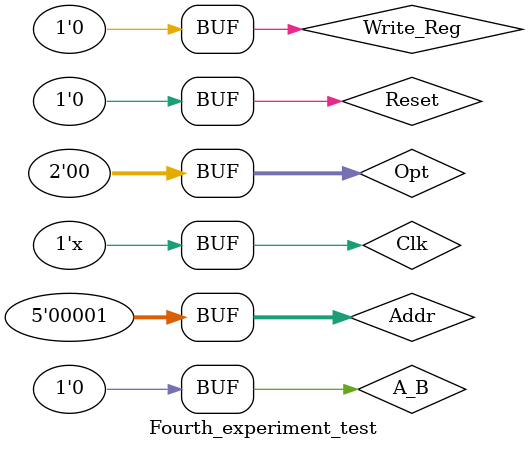
<source format=v>
`timescale 1ns / 1ps


module Fourth_experiment_test;

	// Inputs
	reg [4:0] Addr;
	reg Write_Reg;
	reg [1:0] Opt;
	reg Clk;
	reg Reset;
	reg A_B;

	// Outputs
	wire [7:0] LED;

	// Instantiate the Unit Under Test (UUT)
	RegisterFile uut (
		.Addr(Addr), 
		.Write_Reg(Write_Reg), 
		.Opt(Opt), 
		.Clk(Clk), 
		.Reset(Reset), 
		.A_B(A_B), 
		.LED(LED)
	);
   always #20 Clk = ~Clk;
	initial begin
		// Initialize Inputs
		Addr = 5'b00001;
		Write_Reg = 1;
		Opt = 0;
		Clk = 1;
		Reset = 0;
		A_B = 0;

		// Wait 100 ns for global reset to finish
		#100;
      Addr = 5'b00001;
		Write_Reg = 0;
		Opt = 0;
		A_B = 0; 
		// Add stimulus here

	end
      
endmodule


</source>
